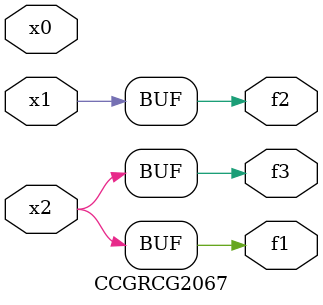
<source format=v>
module CCGRCG2067(
	input x0, x1, x2,
	output f1, f2, f3
);
	assign f1 = x2;
	assign f2 = x1;
	assign f3 = x2;
endmodule

</source>
